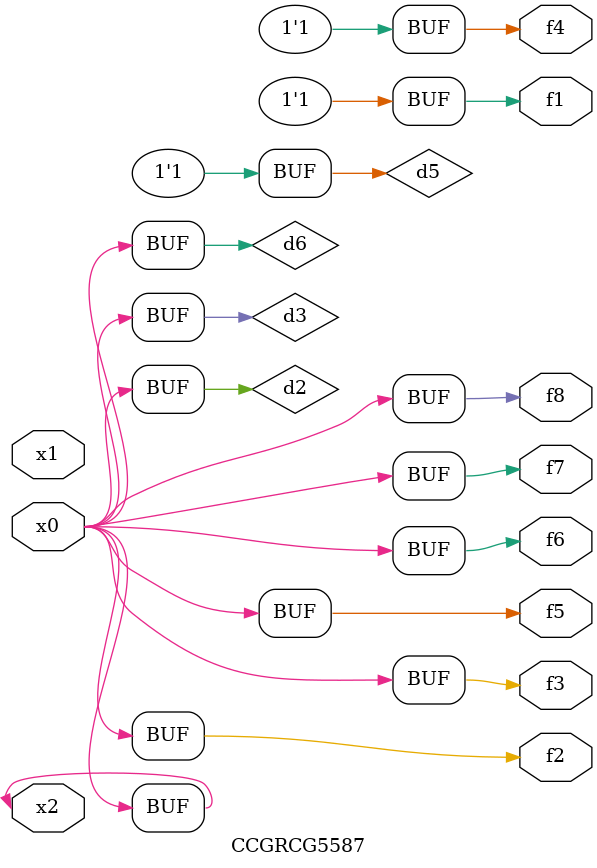
<source format=v>
module CCGRCG5587(
	input x0, x1, x2,
	output f1, f2, f3, f4, f5, f6, f7, f8
);

	wire d1, d2, d3, d4, d5, d6;

	xnor (d1, x2);
	buf (d2, x0, x2);
	and (d3, x0);
	xnor (d4, x1, x2);
	nand (d5, d1, d3);
	buf (d6, d2, d3);
	assign f1 = d5;
	assign f2 = d6;
	assign f3 = d6;
	assign f4 = d5;
	assign f5 = d6;
	assign f6 = d6;
	assign f7 = d6;
	assign f8 = d6;
endmodule

</source>
